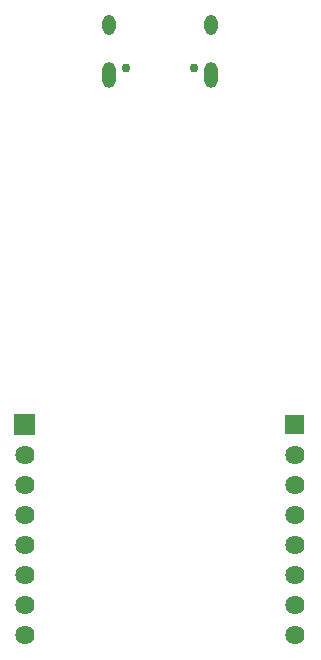
<source format=gbr>
G04 #@! TF.GenerationSoftware,KiCad,Pcbnew,(5.1.9-0-10_14)*
G04 #@! TF.CreationDate,2021-03-02T20:08:02+08:00*
G04 #@! TF.ProjectId,mikroBUS-L,6d696b72-6f42-4555-932d-4c2e6b696361,rev?*
G04 #@! TF.SameCoordinates,Original*
G04 #@! TF.FileFunction,Soldermask,Bot*
G04 #@! TF.FilePolarity,Negative*
%FSLAX46Y46*%
G04 Gerber Fmt 4.6, Leading zero omitted, Abs format (unit mm)*
G04 Created by KiCad (PCBNEW (5.1.9-0-10_14)) date 2021-03-02 20:08:02*
%MOMM*%
%LPD*%
G01*
G04 APERTURE LIST*
%ADD10O,1.102000X2.202000*%
%ADD11C,0.752000*%
%ADD12O,1.102000X1.702000*%
%ADD13C,1.626000*%
G04 APERTURE END LIST*
D10*
X153160000Y-67392000D03*
X161800000Y-67392000D03*
D11*
X160370000Y-66862000D03*
D12*
X161800000Y-63212000D03*
D11*
X154590000Y-66862000D03*
D12*
X153160000Y-63212000D03*
G36*
G01*
X145160800Y-97866200D02*
X145160800Y-96189800D01*
G75*
G02*
X145211800Y-96138800I51000J0D01*
G01*
X146888200Y-96138800D01*
G75*
G02*
X146939200Y-96189800I0J-51000D01*
G01*
X146939200Y-97866200D01*
G75*
G02*
X146888200Y-97917200I-51000J0D01*
G01*
X145211800Y-97917200D01*
G75*
G02*
X145160800Y-97866200I0J51000D01*
G01*
G37*
D13*
X146050000Y-99568000D03*
X146050000Y-102108000D03*
X146050000Y-104648000D03*
X146050000Y-107188000D03*
X146050000Y-109728000D03*
X146050000Y-112268000D03*
X146050000Y-114808000D03*
X168910000Y-114808000D03*
X168910000Y-112268000D03*
X168910000Y-109728000D03*
X168910000Y-107188000D03*
X168910000Y-104648000D03*
X168910000Y-102108000D03*
X168910000Y-99568000D03*
G36*
G01*
X168097000Y-97790000D02*
X168097000Y-96266000D01*
G75*
G02*
X168148000Y-96215000I51000J0D01*
G01*
X169672000Y-96215000D01*
G75*
G02*
X169723000Y-96266000I0J-51000D01*
G01*
X169723000Y-97790000D01*
G75*
G02*
X169672000Y-97841000I-51000J0D01*
G01*
X168148000Y-97841000D01*
G75*
G02*
X168097000Y-97790000I0J51000D01*
G01*
G37*
M02*

</source>
